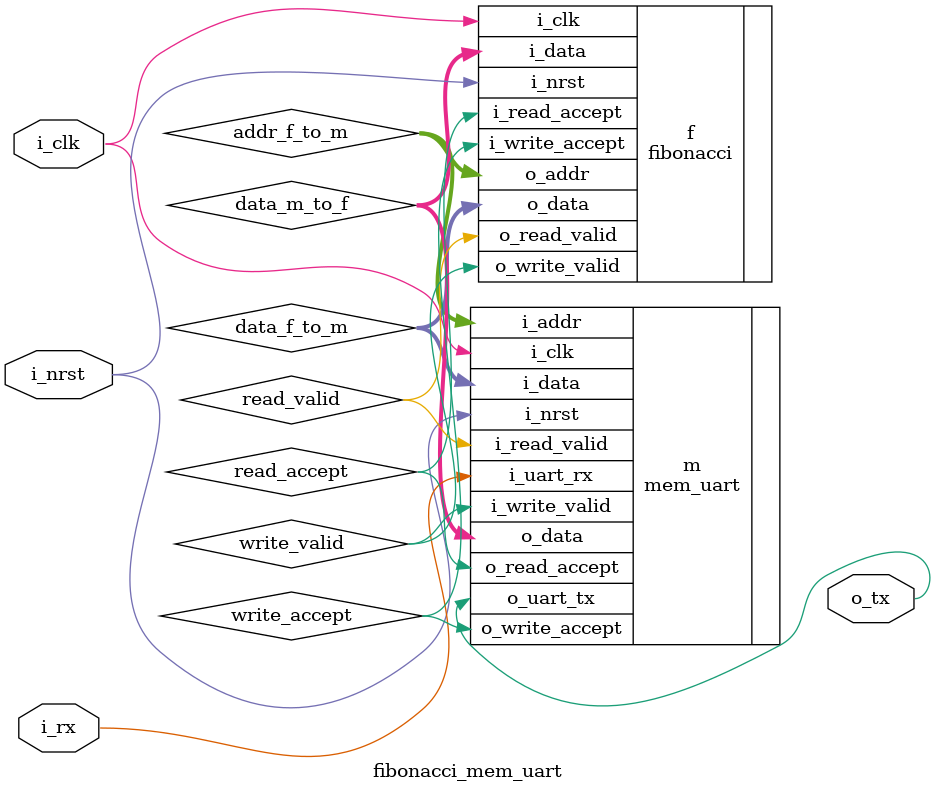
<source format=v>


`timescale 1ns/1ps
module fibonacci_mem_uart(
	input	   wire  i_clk,
	input    wire  i_nrst,
   output   wire  o_tx,
   input    wire  i_rx
);
   parameter   SAMPLE      = 1250,  // BAUD = 9600 with 12MHz clk
               DATA_WIDTH  = 16,
               ADDR_WIDTH  = 32;
        
   wire  [ADDR_WIDTH-1:0]     addr_f_to_m;
   wire  [DATA_WIDTH-1:0]     data_f_to_m;
   wire  [DATA_WIDTH-1:0]     data_m_to_f;
   wire                       write_valid_f_to_m;
   wire                       write_accept_m_to_f;

	mem_uart #(
      .DATA_WIDTH       (DATA_WIDTH          ),
      .ADDR_WIDTH       (ADDR_WIDTH          ),
      .SAMPLE           (SAMPLE              )
   ) m (
		.i_clk	         (i_clk               ),
		.i_nrst           (i_nrst              ),
      .i_data           (data_f_to_m         ),
      .i_addr           (addr_f_to_m         ),
      .o_data           (data_m_to_f         ),
      .i_read_valid     (read_valid          ),
      .o_read_accept    (read_accept         ),
      .i_write_valid    (write_valid         ),
      .o_write_accept   (write_accept        ),
      .i_uart_rx        (i_rx                ),
      .o_uart_tx        (o_tx                )
	);

	fibonacci #(
      .DATA_WIDTH       (DATA_WIDTH          ),
      .ADDR_WIDTH       (ADDR_WIDTH          )
   ) f (
      .i_clk            (i_clk               ),
      .i_nrst           (i_nrst              ),
      .o_addr           (addr_f_to_m         ),
      .o_data           (data_f_to_m         ),
      .i_data           (data_m_to_f         ),
      .o_read_valid     (read_valid          ),
      .i_read_accept    (read_accept         ),
      .o_write_valid    (write_valid         ),
      .i_write_accept   (write_accept        )
	);



endmodule

</source>
